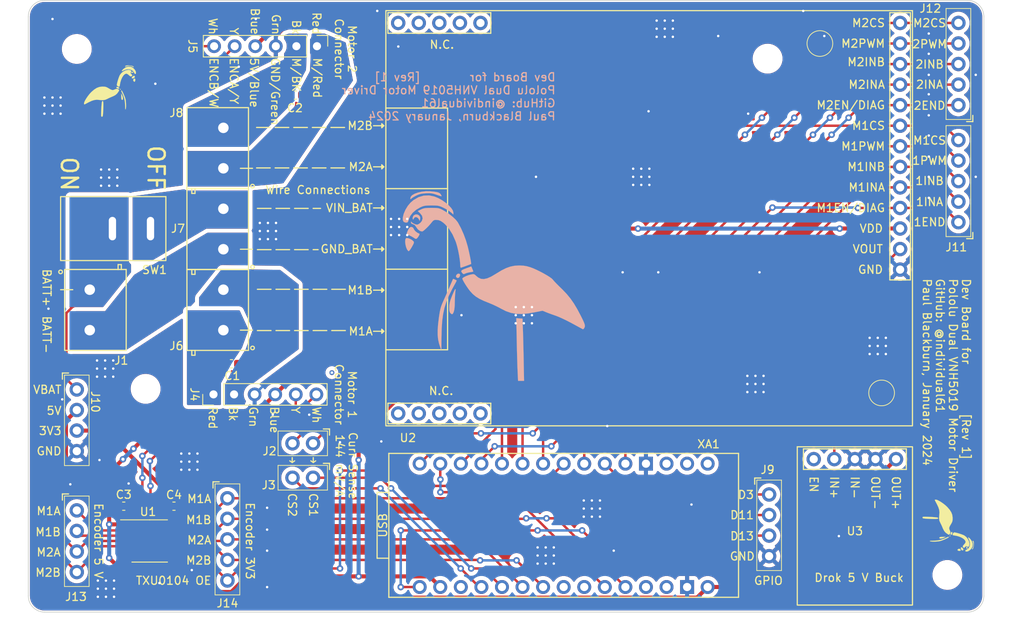
<source format=kicad_pcb>
(kicad_pcb (version 20221018) (generator pcbnew)
  (layers (0 "F.Cu" signal) (31 "B.Cu" signal) (34 "B.Paste" user) (35 "F.Paste" user) (36 "B.SilkS" user "B.Silkscreen") (37 "F.SilkS" user "F.Silkscreen") (38 "B.Mask" user) (39 "F.Mask" user) (44 "Edge.Cuts" user))
  (net 0 "")
  (net 1 "VBAT")
  (net 2 "M1_CS")
  (net 3 "M2_CS")
  (net 4 "GND")
  (net 5 "+5V")
  (net 6 "+3V3")
  (net 7 "M1_EN{slash}DIAG")
  (net 8 "M1_INA")
  (net 9 "M1_INB")
  (net 10 "M1_PWM")
  (net 11 "M2_EN{slash}DIAG")
  (net 12 "M2_INA")
  (net 13 "M2_INB")
  (net 14 "M2_PWM")
  (net 15 "M1-Enc_A-Yellow-5V")
  (net 16 "M1-Enc_B-White-5V")
  (net 17 "M2-Enc_A-Yellow-5V")
  (net 18 "M2-Enc_B-White-5V")
  (net 19 "TXU_OE")
  (net 20 "M1-Enc_A-Yellow-3V3")
  (net 21 "M1-Enc_B-White-3V3")
  (net 22 "M2-Enc_A-Yellow-3V3")
  (net 23 "M2-Enc_B-White-3V3")
  (net 24 "Net-(U2-VOUT-Rev_Protected_VBAT)")
  (net 44 "/D3")
  (net 45 "/D11")
  (net 46 "/D13")
  (net 47 "/BATT GND")
  (net 48 "/BATT POST_SWITCH")
  (net 49 "/Post-Jumper CS1")
  (net 50 "/Post-Jumper CS2")
  (net 51 "/M1 Red")
  (net 52 "/M1 Black")
  (net 53 "/M2 Black")
  (net 54 "/M2 Red")
  (footprint "MyConnectors:VIA-0.6 mm" (layer "F.Cu") (at 114.9 127.6)
    (fp_text reference "REF**" hide)
    (fp_text value "VIA-0.6 mm" hide)
  )
  (footprint "MyConnectors:VIA-0.6 mm" (layer "F.Cu") (at 60.6 131.7)
    (fp_text reference "REF**" hide)
    (fp_text value "VIA-0.6 mm" hide)
  )
  (footprint "MyConnectors:VIA-0.6 mm" (layer "F.Cu") (at 142.3 93.6)
    (fp_text reference "REF**8" hide)
    (fp_text value "VIA-0.6 mm" hide)
  )
  (footprint "MyConnectors:VIA-0.6 mm" (layer "F.Cu") (at 163.2 84.4)
    (fp_text reference "REF**6" hide)
    (fp_text value "VIA-0.6 mm" hide)
  )
  (footprint "MyConnectors:VIA-0.6 mm" (layer "F.Cu") (at 68.2 132)
    (fp_text reference "REF**6" hide)
    (fp_text value "VIA-0.6 mm" hide)
  )
  (footprint "MyConnectors:VIA-0.6 mm" (layer "F.Cu") (at 60.8 116.8)
    (fp_text reference "REF**6" hide)
    (fp_text value "VIA-0.6 mm" hide)
  )
  (footprint "MyConnectors:VIA-0.6 mm" (layer "F.Cu") (at 60.5 104.5)
    (fp_text reference "REF**" hide)
    (fp_text value "VIA-0.6 mm" hide)
  )
  (footprint "MyConnectors:VIA-0.6 mm" (layer "F.Cu") (at 122.6 123.8)
    (fp_text reference "REF**8" hide)
    (fp_text value "VIA-0.6 mm" hide)
  )
  (footprint "MyConnectors:VIA-0.6 mm" (layer "F.Cu") (at 163.2 71.6)
    (fp_text reference "REF**6" hide)
    (fp_text value "VIA-0.6 mm" hide)
  )
  (footprint "MyConnectors:VIA-0.6 mm" (layer "F.Cu") (at 62.6 133.7)
    (fp_text reference "REF**8" hide)
    (fp_text value "VIA-0.6 mm" hide)
  )
  (footprint "MyConnectors:VIA-0.6 mm" (layer "F.Cu") (at 71.9 118)
    (fp_text reference "REF**7" hide)
    (fp_text value "VIA-0.6 mm" hide)
  )
  (footprint "MyConnectors:VIA-0.6 mm" (layer "F.Cu") (at 56 74)
    (fp_text reference "REF**8" hide)
    (fp_text value "VIA-0.6 mm" hide)
  )
  (footprint "MyConnectors:VIA-0.6 mm" (layer "F.Cu") (at 141.8 107.4)
    (fp_text reference "REF**4" hide)
    (fp_text value "VIA-0.6 mm" hide)
  )
  (footprint "MyConnectors:VIA-0.6 mm" (layer "F.Cu") (at 121.6 122.8)
    (fp_text reference "REF**4" hide)
    (fp_text value "VIA-0.6 mm" hide)
  )
  (footprint "MyConnectors:VIA-0.6 mm" (layer "F.Cu") (at 163.2 64.1)
    (fp_text reference "REF**6" hide)
    (fp_text value "VIA-0.6 mm" hide)
  )
  (footprint "MyConnectors:VIA-0.6 mm" (layer "F.Cu") (at 128.7 82.8)
    (fp_text reference "REF**8" hide)
    (fp_text value "VIA-0.6 mm" hide)
  )
  (footprint "MyConnectors:VIA-0.6 mm" (layer "F.Cu") (at 81.5 122.7)
    (fp_text reference "REF**6" hide)
    (fp_text value "VIA-0.6 mm" hide)
  )
  (footprint "MyConnectors:VIA-0.6 mm" (layer "F.Cu") (at 123.5 112.6)
    (fp_text reference "REF**6" hide)
    (fp_text value "VIA-0.6 mm" hide)
  )
  (footprint "MyConnectors:VIA-0.6 mm" (layer "F.Cu") (at 126.7 80.8)
    (fp_text reference "REF**" hide)
    (fp_text value "VIA-0.6 mm" hide)
  )
  (footprint "MyConnectors:VIA-0.6 mm" (layer "F.Cu") (at 54.5 98.1)
    (fp_text reference "REF**6" hide)
    (fp_text value "VIA-0.6 mm" hide)
  )
  (footprint "MyConnectors:VIA-0.6 mm" (layer "F.Cu") (at 62.5 105.5)
    (fp_text reference "REF**5" hide)
    (fp_text value "VIA-0.6 mm" hide)
  )
  (footprint "MyConnectors:VIA-0.6 mm" (layer "F.Cu") (at 96.8 89)
    (fp_text reference "REF**6" hide)
    (fp_text value "VIA-0.6 mm" hide)
  )
  (footprint "Capacitor_SMD:C_0603_1608Metric_Pad1.08x0.95mm_HandSolder" (layer "F.Cu") (at 77.1 104.9)
    (fp_text reference "C1")
    (fp_text value "0.1 uF")
  )
  (footprint "MyConnectors:VIA-0.6 mm" (layer "F.Cu") (at 128.7 80.8)
    (fp_text reference "REF**2" hide)
    (fp_text value "VIA-0.6 mm" hide)
  )
  (footprint "MyConnectors:VIA-0.6 mm" (layer "F.Cu") (at 157.9 103.7)
    (fp_text reference "REF**8" hide)
    (fp_text value "VIA-0.6 mm" hide)
  )
  (footprint "MyConnectors:VIA-0.6 mm" (layer "F.Cu") (at 90.5 114.6)
    (fp_text reference "REF**6" hide)
    (fp_text value "VIA-0.6 mm" hide)
  )
  (footprint "MyConnectors:VIA-0.6 mm" (layer "F.Cu") (at 81.5 132.5)
    (fp_text reference "REF**6" hide)
    (fp_text value "VIA-0.6 mm" hide)
  )
  (footprint "MyConnectors:VIA-0.6 mm" (layer "F.Cu") (at 163.2 69.2)
    (fp_text reference "REF**6" hide)
    (fp_text value "VIA-0.6 mm" hide)
  )
  (footprint "MyConnectors:VIA-0.6 mm" (layer "F.Cu") (at 98.8 87)
    (fp_text reference "REF**2" hide)
    (fp_text value "VIA-0.6 mm" hide)
  )
  (footprint "MyConnectors:VIA-0.6 mm" (layer "F.Cu") (at 60.5 106.5)
    (fp_text reference "REF**6" hide)
    (fp_text value "VIA-0.6 mm" hide)
  )
  (footprint "MySwitches:Daier MTS-101 Toggle Switch 6A 125 VAC" (layer "F.Cu") (at 69 84.25 -90)
    (fp_text reference "SW1")
    (fp_text value "External Power Switch")
  )
  (footprint "MyConnectors:VIA-0.6 mm" (layer "F.Cu") (at 129.8 93.6)
    (fp_text reference "REF**8" hide)
    (fp_text value "VIA-0.6 mm" hide)
  )
  (footprint "MyConnectors:VIA-0.6 mm" (layer "F.Cu") (at 56 73)
    (fp_text reference "REF**5" hide)
    (fp_text value "VIA-0.6 mm" hide)
  )
  (footprint "MyConnectors:VIA-0.6 mm" (layer "F.Cu") (at 169 69.2)
    (fp_text reference "REF**6" hide)
    (fp_text value "VIA-0.6 mm" hide)
  )
  (footprint "MyBoards:Pololu Dual VNH5019 Motor Driver rev ash02b" (layer "F.Cu") (at 161.1865 61.2635 -90)
    (fp_text reference "U2")
    (fp_text value "~")
  )
  (footprint "MyConnectors:VIA-0.6 mm" (layer "F.Cu") (at 61.6 133.7)
    (fp_text reference "REF**7" hide)
    (fp_text value "VIA-0.6 mm" hide)
  )
  (footprint "MyConnectors:VIA-0.6 mm" (layer "F.Cu") (at 156.9 101.7)
    (fp_text reference "REF**1" hide)
    (fp_text value "VIA-0.6 mm" hide)
  )
  (footprint "MyConnectors:VIA-0.6 mm" (layer "F.Cu") (at 115.9 128.6)
    (fp_text reference "REF**4" hide)
    (fp_text value "VIA-0.6 mm" hide)
  )
  (footprint "MyConnectors:VIA-0.6 mm" (layer "F.Cu") (at 116.9 127.6)
    (fp_text reference "REF**2" hide)
    (fp_text value "VIA-0.6 mm" hide)
  )
  (footprint "MyConnectors:Screw Terminal 2P 5 mm, Degson DG301-5.0-02P" (layer "F.Cu") (at 76.1 100.75 90)
    (fp_text reference "J6")
    (fp_text value "M1")
  )
  (footprint "Connector_PinHeader_2.54mm:PinHeader_1x06_P2.54mm_Vertical" (layer "F.Cu") (at 87.6554 65.659 -90)
    (fp_text reference "J5")
    (fp_text value "Motor 2")
  )
  (footprint "MyConnectors:VIA-0.6 mm" (layer "F.Cu") (at 140.9 74)
    (fp_text reference "REF**6" hide)
    (fp_text value "VIA-0.6 mm" hide)
  )
  (footprint "MyConnectors:VIA-0.6 mm" (layer "F.Cu") (at 56 72)
    (fp_text reference "REF**2" hide)
    (fp_text value "VIA-0.6 mm" hide)
  )
  (footprint "MyConnectors:Screw Terminal 2P 5 mm, Degson DG301-5.0-02P" (layer "F.Cu") (at 59.6 95.75 -90)
    (fp_text reference "J1")
    (fp_text value "BATT IN")
  )
  (footprint "MyConnectors:VIA-0.6 mm" (layer "F.Cu") (at 137.2 64.4)
    (fp_text reference "REF**6" hide)
    (fp_text value "VIA-0.6 mm" hide)
  )
  (footprint "MyConnectors:VIA-0.6 mm" (layer "F.Cu") (at 163.2 66.6)
    (fp_text reference "REF**6" hide)
    (fp_text value "VIA-0.6 mm" hide)
  )
  (footprint "MyConnectors:VIA-0.6 mm" (layer "F.Cu") (at 127.7 82.8)
    (fp_text reference "REF**7" hide)
    (fp_text value "VIA-0.6 mm" hide)
  )
  (footprint "MyConnectors:VIA-0.6 mm" (layer "F.Cu") (at 82.6 87.5)
    (fp_text reference "REF**2" hide)
    (fp_text value "VIA-0.6 mm" hide)
  )
  (footprint "MyConnectors:VIA-0.6 mm" (layer "F.Cu") (at 130.6 63.5)
    (fp_text reference "REF**4" hide)
    (fp_text value "VIA-0.6 mm" hide)
  )
  (footprint "MyConnectors:VIA-0.6 mm" (layer "F.Cu") (at 127.7 80.8)
    (fp_text reference "REF**1" hide)
    (fp_text value "VIA-0.6 mm" hide)
  )
  (footprint "Connector_PinHeader_2.54mm:PinHeader_1x06_P2.54mm_Vertical" (layer "F.Cu") (at 74.88 108.6866 90)
    (fp_text reference "J4")
    (fp_text value "Motor 1")
  )
  (footprint "MyConnectors:VIA-0.6 mm" (layer "F.Cu") (at 122.6 121.8)
    (fp_text reference "REF**2" hide)
    (fp_text value "VIA-0.6 mm" hide)
  )
  (footprint "MyConnectors:VIA-0.6 mm" (layer "F.Cu") (at 157.9 102.7)
    (fp_text reference "REF**5" hide)
    (fp_text value "VIA-0.6 mm" hide)
  )
  (footprint "MyConnectors:VIA-0.6 mm" (layer "F.Cu") (at 113.2 97.9)
    (fp_text reference "REF**1" hide)
    (fp_text value "VIA-0.6 mm" hide)
  )
  (footprint "MyConnectors:Sullins Header Female TH 2 x 1 PPPC021LFBN-RC" (layer "F.Cu") (at 88.6968 114.7361 180)
    (fp_text reference "J2")
    (fp_text value "Current Sense Jumper Out of board")
  )
  (footprint "MyConnectors:VIA-0.6 mm" (layer "F.Cu") (at 114.9 129.6)
    (fp_text reference "REF**6" hide)
    (fp_text value "VIA-0.6 mm" hide)
  )
  (footprint "MyConnectors:VIA-0.6 mm" (layer "F.Cu") (at 61.6 131.7)
    (fp_text reference "REF**1" hide)
    (fp_text value "VIA-0.6 mm" hide)
  )
  (footprint "MyConnectors:VIA-0.6 mm" (layer "F.Cu") (at 60.5 105.5)
    (fp_text reference "REF**3" hide)
    (fp_text value "VIA-0.6 mm" hide)
  )
  (footprint "MyConnectors:VIA-0.6 mm" (layer "F.Cu") (at 125.4 93.6)
    (fp_text reference "REF**8" hide)
    (fp_text value "VIA-0.6 mm" hide)
  )
  (footprint "MyConnectors:VIA-0.6 mm" (layer "F.Cu") (at 61.5 105.5)
    (fp_text reference "REF**4" hide)
    (fp_text value "VIA-0.6 mm" hide)
  )
  (footprint "MyConnectors:VIA-0.6 mm" (layer "F.Cu") (at 169 81.8)
    (fp_text reference "REF**6" hide)
    (fp_text value "VIA-0.6 mm" hide)
  )
  (footprint "MyConnectors:VIA-0.6 mm" (layer "F.Cu") (at 133.9 122.3)
    (fp_text reference "REF**8" hide)
    (fp_text value "VIA-0.6 mm" hide)
  )
  (footprint "MyConnectors:VIA-0.6 mm" (layer "F.Cu") (at 61.5 106.5)
    (fp_text reference "REF**7" hide)
    (fp_text value "VIA-0.6 mm" hide)
  )
  (footprint "MyConnectors:VIA-0.6 mm" (layer "F.Cu") (at 115.9 127.6)
    (fp_text reference "REF**1" hide)
    (fp_text value "VIA-0.6 mm" hide)
  )
  (footprint "MyConnectors:VIA-0.6 mm" (layer "F.Cu") (at 140.8 106.4)
    (fp_text reference "REF**" hide)
    (fp_text value "VIA-0.6 mm" hide)
  )
  (footprint "MyConnectors:VIA-0.6 mm" (layer "F.Cu") (at 63 82.9)
    (fp_text reference "REF**8" hide)
    (fp_text value "VIA-0.6 mm" hide)
  )
  (footprint "Capacitor_SMD:C_0603_1608Metric_Pad1.08x0.95mm_HandSolder" (layer "F.Cu") (at 63.8 122.5)
    (fp_text reference "C3")
    (fp_text value "0.1 uF")
  )
  (footprint "MyConnectors:VIA-0.6 mm" (layer "F.Cu") (at 72.9 117)
    (fp_text reference "REF**5" hide)
    (fp_text value "VIA-0.6 mm" hide)
  )
  (footprint "MyConnectors:VIA-0.6 mm" (layer "F.Cu") (at 89.5 106)
    (fp_text reference "REF**6" hide)
    (fp_text value "VIA-0.6 mm" hide)
  )
  (footprint "MyConnectors:VIA-0.6 mm" (layer "F.Cu") (at 81.5 125.4)
    (fp_text reference "REF**6" hide)
    (fp_text value "VIA-0.6 mm" hide)
  )
  (footprint "MyConnectors:VIA-0.6 mm" (layer "F.Cu") (at 120.6 121.8)
    (fp_text reference "REF**" hide)
    (fp_text value "VIA-0.6 mm" hide)
  )
  (footprint "MyConnectors:VIA-0.6 mm" (layer "F.Cu") (at 70.9 118)
    (fp_text reference "REF**6" hide)
    (fp_text value "VIA-0.6 mm" hide)
  )
  (footprint "MyConnectors:Sullins Header Female TH 4 x 1 PPPC041LFBN-RC" (layer "F.Cu") (at 143.4846 119.5324 -90)
    (fp_text reference "J9")
    (fp_text value "Extra GPIO Test Connector")
  )
  (footprint "MyConnectors:VIA-0.6 mm" (layer "F.Cu") (at 61 80.9)
    (fp_text reference "REF**" hide)
    (fp_text value "VIA-0.6 mm" hide)
  )
  (footprint "MountingHole:MountingHole_3.2mm_M3" (layer "F.Cu") (at 66.5 108)
    (fp_text reference "REF**" hide)
    (fp_text value "MountingHole_3.2mm_M3")
  )
  (footprint "Package_SO:TSSOP-14_4.4x5mm_P0.65mm" (layer "F.Cu") (at 67 126.8)
    (fp_text reference "U1")
    (fp_text value "~")
  )
  (footprint "MyConnectors:VIA-0.6 mm" (layer "F.Cu") (at 121.6 121.8)
    (fp_text reference "REF**1" hide)
    (fp_text value "VIA-0.6 mm" hide)
  )
  (footprint "MyConnectors:VIA-0.6 mm" (layer "F.Cu") (at 114.2 99.9)
    (fp_text reference "REF**8" hide)
    (fp_text value "VIA-0.6 mm" hide)
  )
  (footprint "MyConnectors:VIA-0.6 mm" (layer "F.Cu") (at 140.8 108.4)
    (fp_text reference "REF**6" hide)
    (fp_text value "VIA-0.6 mm" hide)
  )
  (footprint "MyConnectors:VIA-0.6 mm" (layer "F.Cu") (at 63 81.9)
    (fp_text reference "REF**5" hide)
    (fp_text value "VIA-0.6 mm" hide)
  )
  (footprint "MyConnectors:VIA-0.6 mm" (layer "F.Cu") (at 147.7 61.3)
    (fp_text reference "REF**6" hide)
    (fp_text value "VIA-0.6 mm" hide)
  )
  (footprint "MyConnectors:VIA-0.6 mm" (layer "F.Cu") (at 126.7 81.8)
    (fp_text reference "REF**3" hide)
    (fp_text value "VIA-0.6 mm" hide)
  )
  (footprint "MyConnectors:VIA-0.6 mm" (layer "F.Cu") (at 112.2 97.9)
    (fp_text reference "REF**" hide)
    (fp_text value "VIA-0.6 mm" hide)
  )
  (footprint "MyConnectors:VIA-0.6 mm" (layer "F.Cu") (at 155.9 102.7)
    (fp_text reference "REF**3" hide)
    (fp_text value "VIA-0.6 mm" hide)
  )
  (footprint "MyConnectors:VIA-0.6 mm" (layer "F.Cu") (at 54 72)
    (fp_text reference "REF**" hide)
    (fp_text value "VIA-0.6 mm" hide)
  )
  (footprint "MyConnectors:VIA-0.6 mm" (layer "F.Cu") (at 55 72)
    (fp_text reference "REF**1" hide)
    (fp_text value "VIA-0.6 mm" hide)
  )
  (footprint "MyConnectors:VIA-0.6 mm" (layer "F.Cu") (at 105.5 98.9)
    (fp_text reference "REF**6" hide)
    (fp_text value "VIA-0.6 mm" hide)
  )
  (footprint "MyConnectors:VIA-0.6 mm" (layer "F.Cu") (at 81.6 88.5)
    (fp_text reference "REF**4" hide)
    (fp_text value "VIA-0.6 mm" hide)
  )
  (footprint "MyConnectors:VIA-0.6 mm" (layer "F.Cu") (at 112.2 99.9)
    (fp_text reference "REF**6" hide)
    (fp_text value "VIA-0.6 mm" hide)
  )
  (footprint "MyConnectors:VIA-0.6 mm" (layer "F.Cu") (at 62.6 132.7)
    (fp_text reference "REF**5" hide)
    (fp_text value "VIA-0.6 mm" hide)
  )
  (footprint "MyConnectors:VIA-0.6 mm" (layer "F.Cu") (at 142.8 106.4)
    (fp_text reference "REF**2" hide)
    (fp_text value "VIA-0.6 mm" hide)
  )
  (footprint "MountingHole:MountingHole_3.2mm_M3" (layer "F.Cu") (at 143.3 67.2)
    (fp_text reference "REF**" hide)
    (fp_text value "MountingHole_3.2mm_M3")
  )
  (footprint "MyConnectors:Sullins Header Female TH 4 x 1 PPPC041LFBN-RC" (layer "F.Cu") (at 58 106.5555 -90)
    (fp_text reference "J10")
    (fp_text value "Power Test Connector")
  )
  (footprint "MyConnectors:VIA-0.6 mm" (layer "F.Cu") (at 113.2 98.9)
    (fp_text reference "REF**4" hide)
    (fp_text value "VIA-0.6 mm" hide)
  )
  (footprint "MyConnectors:VIA-0.6 mm" (layer "F.Cu") (at 150.3 64.4)
    (fp_text reference "REF**6" hide)
    (fp_text value "VIA-0.6 mm" hide)
  )
  (footprint "MountingHole:MountingHole_3.2mm_M3" (layer "F.Cu") (at 165.5 131)
    (fp_text reference "REF**" hide)
    (fp_text value "MountingHole_3.2mm_M3")
  )
  (footprint "MyConnectors:VIA-0.6 mm" (layer "F.Cu") (at 127.7 81.8)
    (fp_text reference "REF**4" hide)
    (fp_text value "VIA-0.6 mm" hide)
  )
  (footprint "MyConnectors:VIA-0.6 mm" (layer "F.Cu") (at 56.2 109.3)
    (fp_text reference "REF**6" hide)
    (fp_text value "VIA-0.6 mm" hide)
  )
  (footprint "MyConnectors:VIA-0.6 mm" (layer "F.Cu") (at 163.2 79.3)
    (fp_text reference "REF**6" hide)
    (fp_text value "VIA-0.6 mm" hide)
  )
  (footprint "MyConnectors:VIA-0.6 mm" (layer "F.Cu") (at 141.8 106.4)
    (fp_text reference "REF**1" hide)
    (fp_text value "VIA-0.6 mm" hide)
  )
  (footprint "MyConnectors:Screw Terminal 2P 5 mm, Degson DG301-5.0-02P" (layer "F.Cu") (at 76.1 80.75 90)
    (fp_text reference "J8")
    (fp_text value "M2")
  )
  (footprint "MyConnectors:VIA-0.6 mm" (layer "F.Cu") (at 97.7 65.7)
    (fp_text reference "REF**6" hide)
    (fp_text value "VIA-0.6 mm" hide)
  )
  (footprint "MyConnectors:Sullins Header Female TH 2 x 1 PPPC021LFBN-RC" (layer "F.Cu") (at 88.6968 118.9861 180)
    (fp_text reference "J3")
    (fp_text value "Current Sense Jumper Into board")
  )
  (footprint "MyConnectors:VIA-0.6 mm" (layer "F.Cu") (at 140.8 107.4)
    (fp_text reference "REF**3" hide)
    (fp_text value "VIA-0.6 mm" hide)
  )
  (footprint "MyConnectors:VIA-0.6 mm" (layer "F.Cu") (at 152.1 126.2)
    (fp_text reference "REF**6" hide)
    (fp_text value "VIA-0.6 mm" hide)
  )
  (footprint "MyConnectors:VIA-0.6 mm" (layer "F.Cu") (at 71.9 116)
    (fp_text reference "REF**1" hide)
    (fp_text value "VIA-0.6 mm" hide)
  )
  (footprint "Capacitor_SMD:C_0603_1608Metric_Pad1.08x0.95mm_HandSolder" (layer "F.Cu") (at 85 71.7 180)
    (fp_text reference "C2")
    (fp_text value "0.1 uF")
  )
  (footprint "MyConnectors:VIA-0.6 mm" (layer "F.Cu") (at 95.6 114.5)
    (fp_text reference "REF**8" hide)
    (fp_text value "VIA-0.6 mm" hide)
  )
  (footprint "MyConnectors:VIA-0.6 mm" (layer "F.Cu") (at 97.8 88)
    (fp_text reference "REF**4" hide)
    (fp_text value "VIA-0.6 mm" hide)
  )
  (footprint "MyConnectors:VIA-0.6 mm" (layer "F.Cu") (at 98.8 89)
    (fp_text reference "REF**8" hide)
    (fp_text value "VIA-0.6 mm" hide)
  )
  (footprint "MyFlamingoLogo:flamingo_logo_8-8_6-7" (layer "F.Cu") (at 62.457054 71.044974)
    (fp_text reference "G***" hide)
    (fp_text value "LOGO" hide)
  )
  (footprint "MyConnectors:VIA-0.6 mm" (layer "F.Cu") (at 55 73)
    (fp_text reference "REF**4" hide)
    (fp_text value "VIA-0.6 mm" hide)
  )
  (footprint "MyConnectors:VIA-0.6 mm" (layer "F.Cu") (at 116.9 128.6)
    (fp_text reference "REF**5" hide)
    (fp_text value "VIA-0.6 mm" hide)
  )
  (footprint "MyFlamingoLogo:flamingo_logo_8-8_6-7" (layer "F.Cu") (at 165.755026 125.257054 -90)
    (fp_text reference "G***" hide)
    (fp_text value "LOGO" hide)
  )
  (footprint "MyConnectors:VIA-0.6 mm" (layer "F.Cu") (at 54 74)
    (fp_text reference "REF**6" hide)
    (fp_text value "VIA-0.6 mm" hide)
  )
  (footprint "MyConnectors:VIA-0.6 mm" (layer "F.Cu") (at 97.8 89)
    (fp_text reference "REF**7" hide)
    (fp_text value "VIA-0.6 mm" hide)
  )
  (footprint "MyConnectors:VIA-0.6 mm" (layer "F.Cu") (at 155.9 103.7)
    (fp_text reference "REF**6" hide)
    (fp_text value "VIA-0.6 mm" hide)
  )
  (footprint "MyConnectors:VIA-0.6 mm" (layer "F.Cu") (at 130.6 64.5)
    (fp_text reference "REF**7" hide)
    (fp_text value "VIA-0.6 mm" hide)
  )
  (footprint "MyConnectors:VIA-0.6 mm" (layer "F.Cu") (at 121.6 123.8)
    (fp_text reference "REF**7" hide)
    (fp_text value "VIA-0.6 mm" hide)
  )
  (footprint "MyConnectors:VIA-0.6 mm" (layer "F.Cu") (at 70.9 116)
    (fp_text reference "REF**" hide)
    (fp_text value "VIA-0.6 mm" hide)
  )
  (footprint "MyConnectors:VIA-0.6 mm" (layer "F.Cu") (at 82.6 88.5)
    (fp_text reference "REF**5" hide)
    (fp_text value "VIA-0.6 mm" hide)
  )
  (footprint "MyConnectors:Sullins Header Female TH 4 x 1 PPPC041LFBN-RC" (layer "F.Cu") (at 58 121.5 -90)
    (fp_text reference "J13")
    (fp_text value "5V Enconder Test Connector")
  )
  (footprint "MyConnectors:VIA-0.6 mm" (layer "F.Cu") (at 62.5 104.5)
    (fp_text reference "REF**2" hide)
    (fp_text value "VIA-0.6 mm" hide)
  )
  (footprint "MyConnectors:VIA-0.6 mm" (layer "F.Cu") (at 130.6 62.5)
    (fp_text reference "REF**1" hide)
    (fp_text value "VIA-0.6 mm" hide)
  )
  (footprint "MyConnectors:VIA-0.6 mm" (layer "F.Cu") (at 78 68.2)
    (fp_text reference "REF**6" hide)
    (fp_text value "VIA-0.6 mm" hide)
  )
  (footprint "MyConnectors:VIA-0.6 mm" (layer "F.Cu") (at 57.2 119.8)
    (fp_text reference "REF**6" hide)
    (fp_text value "VIA-0.6 mm" hide)
  )
  (footprint "MyConnectors:VIA-0.6 mm" (layer "F.Cu") (at 98.8 88)
    (fp_text reference "REF**5" hide)
    (fp_text value "VIA-0.6 mm" hide)
  )
  (footprint "MyConnectors:VIA-0.6 mm" (layer "F.Cu") (at 114.2 98.9)
    (fp_text reference "REF**5" hide)
    (fp_text value "VIA-0.6 mm" hide)
  )
  (footprint "MyConnectors:VIA-0.6 mm" (layer "F.Cu") (at 72.2 130.4)
    (fp_text reference "REF**6" hide)
    (fp_text value "VIA-0.6 mm" hide)
  )
  (footprint "MyConnectors:VIA-0.6 mm" (layer "F.Cu") (at 115.9 129.6)
    (fp_text reference "REF**7" hide)
    (fp_text value "VIA-0.6 mm" hide)
  )
  (footprint "MyConnectors:VIA-0.6 mm" (layer "F.Cu") (at 129.6 64.5)
    (fp_text reference "REF**6" hide)
    (fp_text value "VIA-0.6 mm" hide)
  )
  (footprint "MyConnectors:VIA-0.6 mm" (layer "F.Cu") (at 114.2 97.9)
    (fp_text reference "REF**2" hide)
    (fp_text value "VIA-0.6 mm" hide)
  )
  (footprint "PCM_arduino-library:Arduino_Nano_Every_Socket" (layer "F.Cu") (at 96.53 124.87 -90)
    (fp_text reference "XA1")
    (fp_text value "Arduino_Nano_33_BLE_Sense_R2_Socket")
  )
  (footprint "MyConnectors:VIA-0.6 mm" (layer "F.Cu") (at 96.8 88)
    (fp_text reference "REF**3" hide)
    (fp_text value "VIA-0.6 mm" hide)
  )
  (footprint "MyConnectors:VIA-0.6 mm" (layer "F.Cu") (at 156.9 103.7)
    (fp_text reference "REF**7" hide)
    (fp_text value "VIA-0.6 mm" hide)
  )
  (footprint "MyConnectors:VIA-0.6 mm" (layer "F.Cu") (at 128.6 73.7)
    (fp_text reference "REF**6" hide)
    (fp_text value "VIA-0.6 mm" hide)
  )
  (footprint "MyConnectors:VIA-0.6 mm" (layer "F.Cu") (at 142.8 108.4)
    (fp_text reference "REF**8" hide)
    (fp_text value "VIA-0.6 mm" hide)
  )
  (footprint "MyConnectors:VIA-0.6 mm" (layer "F.Cu") (at 114.7 81.8)
    (fp_text reference "REF**6" hide)
    (fp_text value "VIA-0.6 mm" hide)
  )
  (footprint "MyConnectors:VIA-0.6 mm" (layer "F.Cu") (at 62.6 131.7)
    (fp_text reference "REF**2" hide)
    (fp_text value "VIA-0.6 mm" hide)
  )
  (footprint "MyConnectors:VIA-0.6 mm" (layer "F.Cu") (at 61 81.9)
    (fp_text reference "REF**3" hide)
    (fp_text value "VIA-0.6 mm" hide)
  )
  (footprint "MyConnectors:VIA-0.6 mm" (layer "F.Cu") (at 86.7 111.2)
    (fp_text reference "REF**6" hide)
    (fp_text value "VIA-0.6 mm" hide)
  )
  (footprint "MyConnectors:VIA-0.6 mm" (layer "F.Cu") (at 80.6 88.5)
    (fp_text reference "REF**3" hide)
    (fp_text value "VIA-0.6 mm" hide)
  )
  (footprint "MyConnectors:VIA-0.6 mm" (layer "F.Cu") (at 67.7 70.3)
    (fp_text reference "REF**6" hide)
    (fp_text value "VIA-0.6 mm" hide)
  )
  (footprint "MyConnectors:VIA-0.6 mm" (layer "F.Cu") (at 129.6 63.5)
    (fp_text reference "REF**3" hide)
    (fp_text value "VIA-0.6 mm" hide)
  )
  (footprint "MyConnectors:VIA-0.6 mm" (layer "F.Cu") (at 155.9 101.7)
    (fp_text reference "REF**" hide)
    (fp_text value "VIA-0.6 mm" hide)
  )
  (footprint "MyConnectors:VIA-0.6 mm" (layer "F.Cu") (at 72.9 116)
    (fp_text reference "REF**2" hide)
    (fp_text value "VIA-0.6 mm" hide)
  )
  (footprint "MyConnectors:VIA-0.6 mm" (layer "F.Cu") (at 122.6 122.8)
    (fp_text reference "REF**5" hide)
    (fp_text value "VIA-0.6 mm" hide)
  )
  (footprint "MyConnectors:VIA-0.6 mm" (layer "F.Cu") (at 72.9 118)
    (fp_text reference "REF**8" hide)
    (fp_text value "VIA-0.6 mm" hide)
  )
  (footprint "MyConnectors:VIA-0.6 mm" (layer "F.Cu") (at 82.6 89.5)
    (fp_text reference "REF**8" hide)
    (fp_text value "VIA-0.6 mm" hide)
  )
  (footprint "MyConnectors:VIA-0.6 mm" (layer "F.Cu") (at 61.5 104.5)
    (fp_text reference "REF**1" hide)
    (fp_text value "VIA-0.6 mm" hide)
  )
  (footprint "MyConnectors:Screw Terminal 2P 5 mm, Degson DG301-5.0-02P" (layer "F.Cu") (at 76.1 90.75 90)
    (fp_text reference "J7")
    (fp_text value "BATT OUT")
  )
  (footprint "MyConnectors:VIA-0.6 mm" (layer "F.Cu") (at 62 81.9)
    (fp_text reference "REF**4" hide)
    (fp_text value "VIA-0.6 mm" hide)
  )
  (footprint "MyConnectors:VIA-0.6 mm" (layer "F.Cu") (at 61.6 132.7)
    (fp_text reference "REF**4" hide)
    (fp_text value "VIA-0.6 mm" hide)
  )
  (footprint "MyConnectors:VIA-0.6 mm" (layer "F.Cu") (at 120.6 122.8)
    (fp_text reference "REF**3" hide)
    (fp_text value "VIA-0.6 mm" hide)
  )
  (footprint "MyConnectors:VIA-0.6 mm" (layer "F.Cu") (at 62 80.9)
    (fp_text reference "REF**1" hide)
    (fp_text value "VIA-0.6 mm" hide)
  )
  (footprint "MyConnectors:VIA-0.6 mm" (layer "F.Cu") (at 141.8 108.4)
    (fp_text reference "REF**7" hide)
    (fp_text value "VIA-0.6 mm" hide)
  )
  (footprint "MyConnectors:VIA-0.6 mm" (layer "F.Cu") (at 71.9 117)
    (fp_text reference "REF**4" hide)
    (fp_text value "VIA-0.6 mm" hide)
  )
  (footprint "MyConnectors:VIA-0.6 mm" (layer "F.Cu") (at 60.6 133.7)
    (fp_text reference "REF**6" hide)
    (fp_text value "VIA-0.6 mm" hide)
  )
  (footprint "MyConnectors:VIA-0.6 mm" (layer "F.Cu") (at 131.6 64.5)
    (fp_text reference "REF**8" hide)
    (fp_text value "VIA-0.6 mm" hide)
  )
  (footprint "MyConnectors:VIA-0.6 mm" (layer "F.Cu") (at 128.7 81.8)
    (fp_text reference "REF**5" hide)
    (fp_text value "VIA-0.6 mm" hide)
  )
  (footprint "MyConnectors:VIA-0.6 mm" (layer "F.Cu") (at 82.2 111.2)
    (fp_text reference "REF**6" hide)
    (fp_text value "VIA-0.6 mm" hide)
  )
  (footprint "MyConnectors:VIA-0.6 mm" (layer "F.Cu") (at 95.1 61.3)
    (fp_text reference "REF**6" hide)
    (fp_text value "VIA-0.6 mm" hide)
  )
  (footprint "MyConnectors:VIA-0.6 mm" (layer "F.Cu") (at 142.8 107.4)
    (fp_text reference "REF**5" hide)
    (fp_text value "VIA-0.6 mm" hide)
  )
  (footprint "MyConnectors:VIA-0.6 mm" (layer "F.Cu") (at 80.6 89.5)
    (fp_text reference "REF**6" hide)
    (fp_text value "VIA-0.6 mm" hide)
  )
  (footprint "MyConnectors:VIA-0.6 mm" (layer "F.Cu") (at 163.2 74.2)
    (fp_text reference "REF**8" hide)
    (fp_text value "VIA-0.6 mm" hide)
  )
  (footprint "MyConnectors:VIA-0.6 mm" (layer "F.Cu") (at 157.9 101.7)
    (fp_text reference "REF**2" hide)
    (fp_text value "VIA-0.6 mm" hide)
  )
  (footprint "MyConnectors:VIA-0.6 mm" (layer "F.Cu") (at 126.7 82.8)
    (fp_text reference "REF**6" hide)
    (fp_text value "VIA-0.6 mm" hide)
  )
  (footprint "MyConnectors:VIA-0.6 mm" (layer "F.Cu") (at 81.5 128)
    (fp_text reference "REF**6" hide)
    (fp_text value "VIA-0.6 mm" hide)
  )
  (footprint "MyConnectors:VIA-0.6 mm" (layer "F.Cu") (at 114.9 128.6)
    (fp_text reference "REF**3" hide)
    (fp_text value "VIA-0.6 mm" hide)
  )
  (footprint "MyConnectors:VIA-0.6 mm" (layer "F.Cu") (at 156.9 102.7)
    (fp_text reference "REF**4" hide)
    (fp_text value "VIA-0.6 mm" hide)
  )
  (footprint "MyConnectors:VIA-0.6 mm" (layer "F.Cu") (at 163.2 76.7)
    (fp_text reference "REF**6" hide)
    (fp_text value "VIA-0.6 mm" hide)
  )
  (footprint "MyConnectors:VIA-0.6 mm" (layer "F.Cu") (at 80.1 62.3)
    (fp_text reference "REF**6" hide)
    (fp_text value "VIA-0.6 mm" hide)
  )
  (footprint "MyConnectors:VIA-0.6 mm" (layer "F.Cu") (at 81.6 87.5)
    (fp_text reference "REF**1" hide)
    (fp_text value "VIA-0.6 mm" hide)
  )
  (footprint "MyConnectors:VIA-0.6 mm" (layer "F.Cu") (at 131.6 63.5)
    (fp_text reference "REF**5" hide)
    (fp_text value "VIA-0.6 mm" hide)
  )
  (footprint "MyConnectors:VIA-0.6 mm" (layer "F.Cu") (at 116.9 129.6)
    (fp_text reference "REF**8" hide)
    (fp_text value "VIA-0.6 mm" hide)
  )
  (footprint "MyConnectors:VIA-0.6 mm" (layer "F.Cu") (at 62.5 106.5)
    (fp_text reference "REF**8" hide)
    (fp_text value "VIA-0.6 mm" hide)
  )
  (footprint "MyConnectors:Sullins Header Female TH 5 x 1 PPPC051LFBN-RC" (layer "F.Cu") (at 166.8605 74.4645 90)
    (fp_text reference "J12")
    (fp_text value "M2 Test Connector")
  )
  (footprint "MyConnectors:VIA-0.6 mm" (layer "F.Cu") (at 131.6 62.5)
    (fp_text reference "REF**2" hide)
    (fp_text value "VIA-0.6 mm" hide)
  )
  (footprint "MyConnectors:VIA-0.6 mm" (layer "F.Cu") (at 55 74)
    (fp_text reference "REF**7" hide)
    (fp_text value "VIA-0.6 mm" hide)
  )
  (footprint "MyBoards:Drok 5 V Buck Converter" (layer "F.Cu") (at 146.9644 115.1636)
    (fp_text reference "U3")
    (fp_text value "12V to 5V Buck Converter")
  )
  (footprint "MyConnectors:VIA-0.6 mm" (layer "F.Cu") (at 64.4 119.7)
    (fp_text reference "REF**6" hide)
    (fp_text value "VIA-0.6 mm" hide)
  )
  (footprint "MyConnectors:VIA-0.6 mm" (layer "F.Cu") (at 70.9 117)
    (fp_text reference "REF**3" hide)
    (fp_text value "VIA-0.6 mm" hide)
  )
  (footprint "MyConnectors:VIA-0.6 mm" (layer "F.Cu") (at 112.2 98.9)
    (fp_text reference "REF**3" hide)
    (fp_text value "VIA-0.6 mm" hide)
  )
  (footprint "MyConnectors:VIA-0.6 mm" (layer "F.Cu") (at 124.3 128)
    (fp_text reference "REF**6" hide)
    (fp_text value "VIA-0.6 mm" hide)
  )
  (footprint "MyConnectors:VIA-0.6 mm" (layer "F.Cu") (at 54 73)
    (fp_text reference "REF**3" hide)
    (fp_text value "VIA-0.6 mm" hide)
  )
  (footprint "MyConnectors:VIA-0.6 mm" (layer "F.Cu") (at 55 62.3)
    (fp_text reference "REF**6" hide)
    (fp_text value "VIA-0.6 mm" hide)
  )
  (footprint "MyConnectors:VIA-0.6 mm" (layer "F.Cu") (at 129.6 62.5)
    (fp_text reference "REF**" hide)
    (fp_text value "VIA-0.6 mm" hide)
  )
  (footprint "MyConnectors:VIA-0.6 mm" (layer "F.Cu") (at 81.6 89.5)
    (fp_text reference "REF**7" hide)
    (fp_text value "VIA-0.6 mm" hide)
  )
  (footprint "MyConnectors:Sullins Header Female TH 5 x 1 PPPC051LFBN-RC" (layer "F.Cu") (at 76.6 120 -90)
    (fp_text reference "J14")
    (fp_text value "3V3 Enconder Test Connector")
  )
  (footprint "MyConnectors:VIA-0.6 mm" (layer "F.Cu") (at 62 82.9)
    (fp_text reference "REF**7" hide)
    (fp_text value "VIA-0.6 mm" hide)
  )
  (footprint "MyConnectors:VIA-0.6 mm" (layer "F.Cu") (at 96.8 87)
    (fp_text reference "REF**" hide)
    (fp_text value "VIA-0.6 mm" hide)
  )
  (footprint "MyConnectors:VIA-0.6 mm" (layer "F.Cu") (at 163.2 81.8)
    (fp_text reference "REF**6" hide)
    (fp_text value "VIA-0.6 mm" hide)
  )
  (footprint "MyConnectors:VIA-0.6 mm" (layer "F.Cu") (at 80.6 87.5)
    (fp_text reference "REF**" hide)
    (fp_text value "VIA-0.6 mm" hide)
  )
  (footprint "MyConnectors:VIA-0.6 mm" (layer "F.Cu") (at 63 80.9)
    (fp_text reference "REF**2" hide)
    (fp_text value "VIA-0.6 mm" hide)
  )
  (footprint "MyConnectors:VIA-0.6 mm" (layer "F.Cu") (at 97.8 87)
    (fp_text reference "REF**1" hide)
    (fp_text value "VIA-0.6 mm" hide)
  )
  (footprint "MyConnectors:VIA-0.6 mm" (layer "F.Cu") (at 120.6 123.8)
    (fp_text reference "REF**6" hide)
    (fp_text value "VIA-0.6 mm" hide)
  )
  (footprint "MyConnectors:Sullins Header Female TH 5 x 1 PPPC051LFBN-RC" (layer "F.Cu") (at 166.8605 88.934 90)
    (fp_text reference "J11")
    (fp_text value "M1 Test Connector")
  )
  (footprint "MyConnectors:VIA-0.6 mm" (layer "F.Cu") (at 61 82.9)
    (fp_text reference "REF**6" hide)
    (fp_text value "VIA-0.6 mm" hide)
  )
  (footprint "MyConnectors:VIA-0.6 mm" (layer "F.Cu") (at 60.6 132.7)
    (fp_text reference "REF**3" hide)
    (fp_text value "VIA-0.6 mm" hide)
  )
  (footprint "Capacitor_SMD:C_0603_1608Metric_Pad1.08x0.95mm_HandSolder" (layer "F.Cu") (at 70 122.5 180)
    (fp_text reference "C4")
    (fp_text value "0.1 uF")
  )
  (footprint "MountingHole:MountingHole_3.2mm_M3" (layer "F.Cu") (at 58 66)
    (fp_text reference "REF**" hide)
    (fp_text value "MountingHole_3.2mm_M3")
  )
  (footprint "MyConnectors:VIA-0.6 mm" (layer "F.Cu") (at 113.2 99.9)
    (fp_text reference "REF**7" hide)
    (fp_text value "VIA-0.6 mm" hide)
  )
  (footprint "MyFlamingoLogo:flamingo_logo_25_38" (layer "B.Cu") (at 108.312186 94.484772 180)
    (fp_text reference "G***" hide)
    (fp_text value "LOGO" hide)
  )
  (gr_line (start 84.6 116.5) (end 84.6 117.1) (stroke (width 0.153)) (layer "F.SilkS"))
  (gr_line (start 84.6 117.1) (end 84.3 116.9) (stroke (width 0.153)) (layer "F.SilkS"))
  (gr_line (start 80.3 85.7) (end 88.1 85.7) (stroke (width 0.153) (type dash)) (layer "F.SilkS"))
  (gr_line (start 80.2 75.7) (end 91.4 75.7) (stroke (width 0.153) (type dash)) (layer "F.SilkS"))
  (gr_line (start 80.2 80.7) (end 91.4 80.7) (stroke (width 0.153) (type dash)) (layer "F.SilkS"))
  (gr_line (start 87.2 117.1) (end 86.9 116.9) (stroke (width 0.153)) (layer "F.SilkS"))
  (gr_line (start 87.2 116.5) (end 87.2 117.1) (stroke (width 0.153)) (layer "F.SilkS"))
  (gr_line (start 87.2 117.1) (end 87.5 116.9) (stroke (width 0.153)) (layer "F.SilkS"))
  (gr_line (start 80.3 100.8) (end 91.5 100.8) (stroke (width 0.153) (type dash)) (layer "F.SilkS"))
  (gr_line (start 84.6 117.1) (end 84.9 116.9) (stroke (width 0.153)) (layer "F.SilkS"))
  (gr_line (start 80.3 90.8) (end 87.8 90.8) (stroke (width 0.153) (type dash)) (layer "F.SilkS"))
  (gr_line (start 80.3 95.7) (end 91.5 95.7) (stroke (width 0.153) (type dash)) (layer "F.SilkS"))
  (gr_arc (start 168 60) (mid 169.414214 60.585786) (end 170 62) (stroke (width 0.1)) (layer "Edge.Cuts"))
  (gr_arc (start 52.014214 62) (mid 52.6 60.585786) (end 54.014214 60) (stroke (width 0.1)) (layer "Edge.Cuts"))
  (gr_line (start 168 60) (end 54.014214 60) (stroke (width 0.1)) (layer "Edge.Cuts"))
  (gr_line (start 54.014214 135.585786) (end 168 135.585786) (stroke (width 0.1)) (layer "Edge.Cuts"))
  (gr_line (start 170 133.585786) (end 170 62) (stroke (width 0.1)) (layer "Edge.Cuts"))
  (gr_arc (start 54.014214 135.585786) (mid 52.6 135) (end 52.014214 133.585786) (stroke (width 0.1)) (layer "Edge.Cuts"))
  (gr_line (start 52.014214 62) (end 52.014214 133.585786) (stroke (width 0.1)) (layer "Edge.Cuts"))
  (gr_arc (start 170 133.585786) (mid 169.414214 135) (end 168 135.585786) (stroke (width 0.1)) (layer "Edge.Cuts"))
  (gr_text "Dev Board for        [Rev 1]\nPololu Dual VNH5019 Motor Driver\nGitHub: @individual61\nPaul Blackburn, January 2024" (at 117.2 68.9) (layer "B.SilkS") (effects (font (size 1 1) (thickness 0.153)) (justify left top mirror)))
  (gr_text "TXU0104 OE" (at 74.7 131.7) (layer "F.SilkS") (effects (font (size 1 1) (thickness 0.153)) (justify right)))
  (gr_text "Wh" (at 87.6 110.1 270) (layer "F.SilkS") (effects (font (size 1 1) (thickness 0.153)) (justify left)))
  (gr_text "3V3" (at 56.2 113.2) (layer "F.SilkS") (effects (font (size 1 1) (thickness 0.153)) (justify right)))
  (gr_text "CS2" (at 84.6 123.9 270) (layer "F.SilkS") (effects (font (size 1 1) (thickness 0.153)) (justify right)))
  (gr_text "BATT-\n" (at 53.7 98.9 270) (layer "F.SilkS") (effects (font (size 1 1) (thickness 0.153)) (justify left bottom)))
  (gr_text "1INB" (at 163.3 82.3) (layer "F.SilkS") (effects (font (size 1 1) (thickness 0.153))))
  (gr_text "M1CS" (at 163.3 77.3) (layer "F.SilkS") (effects (font (size 1 1) (thickness 0.153))))
  (gr_text "M2B" (at 74.7 129.2) (layer "F.SilkS") (effects (font (size 1 1) (thickness 0.153)) (justify right)))
  (gr_text "Motor 2\nConnector" (at 89.8 66 -90) (layer "F.SilkS") (effects (font (size 1 1) (thickness 0.153)) (justify bottom)))
  (gr_text "5V/Blue" (at 79.9 67 270) (layer "F.SilkS") (effects (font (size 1 1) (thickness 0.153)) (justify left)))
  (gr_text "D11" (at 141.7 123.6) (layer "F.SilkS") (effects (font (size 1 1) (thickness 0.153)) (justify right)))
  (gr_text "Bk" (at 77.3 110.1 270) (layer "F.SilkS") (effects (font (size 1 1) (thickness 0.153)) (justify left)))
  (gr_text "ENCB/W" (at 74.9 67 270) (layer "F.SilkS") (effects (font (size 1 1) (thickness 0.153)) (justify left)))
  (gr_text "5V" (at 56.2 110.7) (layer "F.SilkS") (effects (font (size 1 1) (thickness 0.153)) (justify right)))
  (gr_text "ENCA/Y" (at 77.4 67 270) (layer "F.SilkS") (effects (font (size 1 1) (thickness 0.153)) (justify left)))
  (gr_text "VBAT" (at 56.2 108.1) (layer "F.SilkS") (effects (font (size 1 1) (thickness 0.153)) (justify right)))
  (gr_text "2PWM" (at 163.3 65.4) (layer "F.SilkS") (effects (font (size 1 1) (thickness 0.153))))
  (gr_text "M1B" (at 56.1 125.7) (layer "F.SilkS") (effects (font (size 1 1) (thickness 0.153)) (justify right)))
  (gr_text "GND" (at 56.2 115.7) (layer "F.SilkS") (effects (font (size 1 1) (thickness 0.153)) (justify right)))
  (gr_text "GND/Green" (at 82.5 67 270) (layer "F.SilkS") (effects (font (size 1 1) (thickness 0.153)) (justify left)))
  (gr_text "M/Red" (at 87.7 67 270) (layer "F.SilkS") (effects (font (size 1 1) (thickness 0.153)) (justify left)))
  (gr_text "Red" (at 87.6054 64.329 -90) (layer "F.SilkS") (effects (font (size 1 1) (thickness 0.153)) (justify right)))
  (gr_text "Red" (at 74.8 110.1 270) (layer "F.SilkS") (effects (font (size 1 1) (thickness 0.153)) (justify left)))
  (gr_text "Encoder 5 V" (at 60.1 126.8 270) (layer "F.SilkS") (effects (font (size 1 1) (thickness 0.153)) (justify bottom)))
  (gr_text "M2A" (at 74.7 126.7) (layer "F.SilkS") (effects (font (size 1 1) (thickness 0.153)) (justify right)))
  (gr_text "M2B" (at 56.1 130.7) (layer "F.SilkS") (effects (font (size 1 1) (thickness 0.153)) (justify right)))
  (gr_text "M1A" (at 74.7 121.6) (layer "F.SilkS") (effects (font (size 1 1) (thickness 0.153)) (justify right)))
  (gr_text "1INA" (at 163.3 84.9) (layer "F.SilkS") (effects (font (size 1 1) (thickness 0.153))))
  (gr_text "Wire Connections" (at 81.2 84) (layer "F.SilkS") (effects (font (size 1 1) (thickness 0.153)) (justify left bottom)))
  (gr_text "Wh" (at 74.8054 64.329 -90) (layer "F.SilkS") (effects (font (size 1 1) (thickness 0.153)) (justify right)))
  (gr_text "GPIO" (at 143.4 132.3) (layer "F.SilkS") (effects (font (size 1 1) (thickness 0.153)) (justify bottom)))
  (gr_text "2INB" (at 163.3 67.9) (layer "F.SilkS") (effects (font (size 1 1) (thickness 0.153))))
  (gr_text "Dev Board for        [Rev 1]\nPololu Dual VNH5019 Motor Driver\nGitHub: @individual61\nPaul Blackburn, January 2024" (at 168.4 94.3 270) (layer "F.SilkS") (effects (font (size 1 1) (thickness 0.153)) (justify left top)))
  (gr_text "2END" (at 163.3 73) (layer "F.SilkS") (effects (font (size 1 1) (thickness 0.153))))
  (gr_text "1PWM" (at 163.3 79.8) (layer "F.SilkS") (effects (font (size 1 1) (thickness 0.153))))
  (gr_text "1END" (at 163.3 87.4) (layer "F.SilkS") (effects (font (size 1 1) (thickness 0.153))))
  (gr_text "2INA" (at 163.3 70.4) (layer "F.SilkS") (effects (font (size 1 1) (thickness 0.153))))
  (gr_text "M2CS" (at 163.3 62.8) (layer "F.SilkS") (effects (font (size 1 1) (thickness 0.153))))
  (gr_text "Bk" (at 85.1054 64.329 -90) (layer "F.SilkS") (effects (font (size 1 1) (thickness 0.153)) (justify right)))
  (gr_text "D13" (at 141.7 126.2) (layer "F.SilkS") (effects (font (size 1 1) (thickness 0.153)) (justify right)))
  (gr_text "GND" (at 141.8 128.7) (layer "F.SilkS") (effects (font (size 1 1) (thickness 0.153)) (justify right)))
  (gr_text "M1A" (at 56.1 123.1) (layer "F.SilkS") (effects (font (size 1 1) (thickness 0.153)) (justify right)))
  (gr_text "BATT+" (at 53.7 93.1 270) (layer "F.SilkS") (effects (font (size 1 1) (thickness 0.153)) (justify left bottom)))
  (gr_text "Motor 1\nConnector" (at 89.8 108.7 -90) (layer "F.SilkS") (effects (font (size 1 1) (thickness 0.153)) (justify bottom)))
  (gr_text "Grn" (at 79.8 110.1 270) (layer "F.SilkS") (effects (font (size 1 1) (thickness 0.153)) (justify left)))
  (gr_text "Encoder 3V3" (at 78.8 126.8 270) (layer "F.SilkS") (effects (font (size 1 1) (thickness 0.153)) (justify bottom)))
  (gr_text "Blue" (at 80.0054 64.329 -90) (layer "F.SilkS") (effects (font (size 1 1) (thickness 0.153)) (justify right)))
  (gr_text "M1B" (at 74.7 124.2) (layer "F.SilkS") (effects (font (size 1 1) (thickness 0.153)) (justify right)))
  (gr_text "D3" (at 141.7 121.1) (layer "F.SilkS") (effects (font (size 1 1) (thickness 0.153)) (justify right)))
  (gr_text "Blue" (at 82.4 110.1 270) (layer "F.SilkS") (effects (font (size 1 1) (thickness 0.153)) (justify left)))
  (gr_text "M2A" (at 56.1 128.2) (layer "F.SilkS") (effects (font (size 1 1) (thickness 0.153)) (justify right)))
  (gr_text "CS1" (at 87.2 123.9 270) (layer "F.SilkS") (effects (font (size 1 1) (thickness 0.153)) (justify right)))
  (gr_text "Y" (at 77.4054 64.329 -90) (layer "F.SilkS") (effects (font (size 1 1) (thickness 0.153)) (justify right)))
  (gr_text "Grn" (at 82.6054 64.329 -90) (layer "F.SilkS") (effects (font (size 1 1) (thickness 0.153)) (justify right)))
  (gr_text "Curr Sense\n144 mV/A" (at 89.9 117.5 -90) (layer "F.SilkS") (effects (font (size 1 1) (thickness 0.153)) (justify bottom)))
  (gr_text "M/BK" (at 85.1 67 270) (layer "F.SilkS") (effects (font (size 1 1) (thickness 0.153)) (justify left)))
  (gr_text "Y" (at 85 110.1 270) (layer "F.SilkS") (effects (font (size 1 1) (thickness 0.153)) (justify left)))
  (segment (start 58 108.0795) (end 56.7205 106.8) (width 0.3) (layer "F.Cu") (net 1))
  (segment (start 56.7205 106.8) (end 56.7205 98.6295) (width 0.3) (layer "F.Cu") (net 1))
  (segment (start 56.7205 98.6295) (end 59.6 95.75) (width 0.3) (layer "F.Cu") (net 1))
  (segment (start 159.6625 75.4875) (end 165.098 75.4875) (width 0.3) (layer "F.Cu") (net 2))
  (segment (start 165.098 75.4875) (end 166.8605 77.25) (width 0.3) (layer "F.Cu") (net 2))
  (segment (start 159.6625 75.4875) (end 126.4214 75.4875) (width 0.3) (layer "F.Cu") (net 2))
  (segment (start 126.4214 75.4875) (end 87.1728 114.7361) (width 0.3) (layer "F.Cu") (net 2))
  (segment (start 136.5814 62.7875) (end 84.6328 114.7361) (width 0.3) (layer "F.Cu") (net 3))
  (segment (start 159.6625 62.7875) (end 166.8535 62.7875) (width 0.3) (layer "F.Cu") (net 3))
  (segment (start 159.6625 62.7875) (end 136.5814 62.7875) (width 0.3) (layer "F.Cu") (net 3))
  (segment (start 166.8535 62.7875) (end 166.8605 62.7805) (width 0.3) (layer "F.Cu") (net 3))
  (segment (start 82.5754 64.5246) (end 83.8 63.3) (width 0.3) (layer "F.Cu") (net 4))
  (segment (start 82.5754 65.659) (end 82.5754 64.5246) (width 0.3) (layer "F.Cu") (net 4))
  (segment (start 64.1375 128.75) (end 65.75 128.75) (width 0.3) (layer "F.Cu") (net 4))
  (segment (start 79.96 108.6866) (end 81.6233 107.0233) (width 0.3) (layer "B.Cu") (net 4))
  (segment (start 80.0354 65.659) (end 84.3944 61.3) (width 0.5) (layer "F.Cu") (net 5))
  (segment (start 78.9866 112.2) (end 68.2 112.2) (width 0.5) (layer "F.Cu") (net 5))
  (segment (start 64.0375 124.75) (end 64.1375 124.85) (width 0.5) (layer "F.Cu") (net 5))
  (segment (start 62.9375 122.5) (end 62.4 122.5) (width 0.5) (layer "F.Cu") (net 5))
  (segment (start 62.4 122.5) (end 56.661 116.761) (width 0.5) (layer "F.Cu") (net 5))
  (segment (start 63.7 116.7) (end 62.9375 117.4625) (width 0.5) (layer "F.Cu") (net 5))
  (segment (start 56.661 111.9585) (end 58 110.6195) (width 0.5) (layer "F.Cu") (net 5))
  (segment (start 62 124.75) (end 62 123.4375) (width 0.5) (layer "F.Cu") (net 5))
  (segment (start 92.5 61.3) (end 94.8 63.6) (width 0.5) (layer "F.Cu") (net 5))
  (segment (start 62.9375 117.4625) (end 62.9375 122.5) (width 0.5) (layer "F.Cu") (net 5))
  (segment (start 94.8 96.3866) (end 82.5 108.6866) (width 0.5) (layer "F.Cu") (net 5))
  (segment (start 62 123.4375) (end 62.9375 122.5) (width 0.5) (layer "F.Cu") (net 5))
  (segment (start 66.9036 133.8036) (end 62 128.9) (width 0.5) (layer "F.Cu") (net 5))
  (segment (start 68.2 112.2) (end 65 115.4) (width 0.5) (layer "F.Cu") (net 5))
  (segment (start 143.354 132.49) (end 135.9 132.49) (width 0.5) (layer "F.Cu") (net 5))
  (segment (start 56.661 116.761) (end 56.661 111.9585) (width 0.5) (layer "F.Cu") (net 5))
  (segment (start 82.5 108.6866) (end 78.9866 112.2) (width 0.5) (layer "F.Cu") (net 5))
  (segment (start 159.1564 116.6876) (end 143.354 132.49) (width 0.5) (layer "F.Cu") (net 5))
  (segment (start 62 124.75) (end 64.0375 124.75) (width 0.5) (layer "F.Cu") (net 5))
  (segment (start 94.8 63.6) (end 94.8 96.3866) (width 0.5) (layer "F.Cu") (net 5))
  (segment (start 84.3944 61.3) (end 92.5 61.3) (width 0.5) (layer "F.Cu") (net 5))
  (segment (start 135.9 132.49) (end 134.5864 133.8036) (width 0.5) (layer "F.Cu") (net 5))
  (segment (start 134.5864 133.8036) (end 66.9036 133.8036) (width 0.5) (layer "F.Cu") (net 5))
  (via (at 63.7 116.7) (size 0.8) (drill 0.4) (layers "F.Cu" "B.Cu") (net 5))
  (via (at 62 124.75) (size 0.8) (drill 0.4) (layers "F.Cu" "B.Cu") (net 5))
  (via (at 65 115.4) (size 0.8) (drill 0.4) (layers "F.Cu" "B.Cu") (net 5))
  (via (at 62 128.9) (size 0.8) (drill 0.4) (layers "F.Cu" "B.Cu") (net 5))
  (segment (start 62 128.9) (end 62 124.75) (width 0.5) (layer "B.Cu") (net 5))
  (segment (start 65 115.4) (end 63.7 116.7) (width 0.5) (layer "B.Cu") (net 5))
  (segment (start 61.522 113.1595) (end 58 113.1595) (width 0.5) (layer "F.Cu") (net 6))
  (segment (start 77.077632 133.1) (end 72.694412 133.1) (width 0.5) (layer "F.Cu") (net 6))
  (segment (start 118.640368 88.2) (end 127.3 88.2) (width 0.5) (layer "F.Cu") (net 6))
  (segment (start 70.8625 123.85) (end 69.8625 124.85) (width 0.5) (layer "F.Cu") (net 6))
  (segment (start 68.675 129.080588) (end 68.675 125.169412) (width 0.5) (layer "F.Cu") (net 6))
  (segment (start 68.675 125.169412) (end 68.994412 124.85) (width 0.5) (layer "F.Cu") (net 6))
  (segment (start 70.8625 122.5) (end 70.8625 123.85) (width 0.5) (layer "F.Cu") (net 6))
  (segment (start 92.8 114.040368) (end 118.640368 88.2) (width 0.5) (layer "F.Cu") (net 6))
  (segment (start 101.5664 131.1764) (end 79.001232 131.1764) (width 0.5) (layer "F.Cu") (net 6))
  (segment (start 152.2 88.2) (end 152.2125 88.1875) (width 0.5) (layer "F.Cu") (net 6))
  (segment (start 70.8625 122.5) (end 61.522 113.1595) (width 0.5) (layer "F.Cu") (net 6))
  (segment (start 72.694412 133.1) (end 68.675 129.080588) (width 0.5) (layer "F.Cu") (net 6))
  (segment (start 102.88 132.49) (end 101.5664 131.1764) (width 0.5) (layer "F.Cu") (net 6))
  (segment (start 68.994412 124.85) (end 69.8625 124.85) (width 0.5) (layer "F.Cu") (net 6))
  (segment (start 92.8 116.8) (end 92.8 114.040368) (width 0.5) (layer "F.Cu") (net 6))
  (segment (start 152.2125 88.1875) (end 159.6625 88.1875) (width 0.5) (layer "F.Cu") (net 6))
  (segment (start 79.001232 131.1764) (end 77.077632 133.1) (width 0.5) (layer "F.Cu") (net 6))
  (via (at 92.8 116.8) (size 0.8) (drill 0.4) (layers "F.Cu" "B.Cu") (net 6))
  (via (at 127.3 88.2) (size 0.8) (drill 0.4) (layers "F.Cu" "B.Cu") (net 6))
  (via (at 152.2 88.2) (size 0.8) (drill 0.4) (layers "F.Cu" "B.Cu") (net 6))
  (via (at 92.8 131.1764) (size 0.8) (drill 0.4) (layers "F.Cu" "B.Cu") (net 6))
  (segment (start 92.8 131.1764) (end 92.8 116.8) (width 0.5) (layer "B.Cu") (net 6))
  (segment (start 127.3 88.2) (end 152.2 88.2) (width 0.5) (layer "B.Cu") (net 6))
  (segment (start 165.098 85.6475) (end 166.8605 87.41) (width 0.3) (layer "F.Cu") (net 7))
  (segment (start 154.4475 85.6475) (end 159.6625 85.6475) (width 0.3) (layer "F.Cu") (net 7))
  (segment (start 115.58 117.25) (end 115.58 113.92) (width 0.3) (layer "F.Cu") (net 7))
  (segment (start 115.58 113.92) (end 143.9 85.6) (width 0.3) (layer "F.Cu") (net 7))
  (segment (start 159.6625 85.6475) (end 165.098 85.6475) (width 0.3) (layer "F.Cu") (net 7))
  (via (at 143.9 85.6) (size 0.8) (drill 0.4) (layers "F.Cu" "B.Cu") (net 7))
  (via (at 154.4475 85.6475) (size 0.8) (drill 0.4) (layers "F.Cu" "B.Cu") (net 7))
  (segment (start 143.9 85.6) (end 154.4 85.6) (width 0.3) (layer "B.Cu") (net 7))
  (segment (start 154.4 85.6) (end 154.4475 85.6475) (width 0.3) (layer "B.Cu") (net 7))
  (segment (start 155.3 83.1) (end 155.3075 83.1075) (width 0.3) (layer "F.Cu") (net 8))
  (segment (start 155.3075 83.1075) (end 159.6625 83.1075) (width 0.3) (layer "F.Cu") (net 8))
  (segment (start 165.098 83.1075) (end 166.8605 84.87) (width 0.3) (layer "F.Cu") (net 8))
  (segment (start 125.74 112.66) (end 155.3 83.1) (width 0.3) (layer "F.Cu") (net 8))
  (segment (start 159.6625 83.1075) (end 165.098 83.1075) (width 0.3) (layer "F.Cu") (net 8))
  (segment (start 125.74 117.25) (end 125.74 112.66) (width 0.3) (layer "F.Cu") (net 8))
  (segment (start 165.098 80.5675) (end 166.8605 82.33) (width 0.3) (layer "F.Cu") (net 9))
  (segment (start 120.66 117.25) (end 120.66 112.64) (width 0.3) (layer "F.Cu") (net 9))
  (segment (start 152.7 80.6) (end 153 80.6) (width 0.3) (layer "F.Cu") (net 9))
  (segment (start 120.66 112.64) (end 152.7 80.6) (width 0.3) (layer "F.Cu") (net 9))
  (segment (start 153 80.6) (end 159.6625 80.5675) (width 0.3) (layer "F.Cu") (net 9))
  (segment (start 159.6625 80.5675) (end 165.098 80.5675) (width 0.3) (layer "F.Cu") (net 9))
  (segment (start 165.098 78.0275) (end 166.8605 79.79) (width 0.3) (layer "F.Cu") (net 10))
  (segment (start 107.96 117.25) (end 107.96 116.74) (width 0.3) (layer "F.Cu") (net 10))
  (segment (start 107.96 116.74) (end 109.6 115.1) (width 0.3) (layer "F.Cu") (net 10))
  (segment (start 159.6625 78.0275) (end 165.098 78.0275) (width 0.3) (layer "F.Cu") (net 10))
  (segment (start 116.6 115.1) (end 152.8725 78.0275) (width 0.3) (layer "F.Cu") (net 10))
  (segment (start 152.8725 78.0275) (end 159.6625 78.0275) (width 0.3) (layer "F.Cu") (net 10))
  (via (at 116.6 115.1) (size 0.8) (drill 0.4) (layers "F.Cu" "B.Cu") (net 10))
  (via (at 109.6 115.1) (size 0.8) (drill 0.4) (layers "F.Cu" "B.Cu") (net 10))
  (segment (start 109.6 115.1) (end 116.6 115.1) (width 0.3) (layer "B.Cu") (net 10))
  (segment (start 114.3 113.5) (end 151.2 76.6) (width 0.3) (layer "F.Cu") (net 11))
  (segment (start 166.8535 72.9475) (end 166.8605 72.9405) (width 0.3) (layer "F.Cu") (net 11))
  (segment (start 159.6625 72.9475) (end 166.8535 72.9475) (width 0.3) (layer "F.Cu") (net 11))
  (segment (start 153.3 74.5) (end 154.8525 72.9475) (width 0.3) (layer "F.Cu") (net 11))
  (segment (start 154.8525 72.9475) (end 159.6625 72.9475) (width 0.3) (layer "F.Cu") (net 11))
  (segment (start 100.34 117.25) (end 104.09 113.5) (width 0.3) (layer "F.Cu") (net 11))
  (segment (start 104.09 113.5) (end 107.9 113.5) (width 0.3) (layer "F.Cu") (net 11))
  (via (at 151.2 76.6) (size 0.8) (drill 0.4) (layers "F.Cu" "B.Cu") (net 11))
  (via (at 153.3 74.5) (size 0.8) (drill 0.4) (layers "F.Cu" "B.Cu") (net 11))
  (via (at 107.9 113.5) (size 0.8) (drill 0.4) (layers "F.Cu" "B.Cu") (net 11))
  (via (at 114.3 113.5) (size 0.8) (drill 0.4) (layers "F.Cu" "B.Cu") (net 11))
  (segment (start 107.9 113.5) (end 114.3 113.5) (width 0.3) (layer "B.Cu") (net 11))
  (segment (start 151.2 76.6) (end 153.3 74.5) (width 0.3) (layer "B.Cu") (net 11))
  (segment (start 113.04 112.54) (end 113.04 112.46) (width 0.3) (layer "F.Cu") (net 12))
  (segment (start 113.04 117.25) (end 113.04 112.54) (width 0.3) (layer "F.Cu") (net 12))
  (segment (start 113.04 112.46) (end 148.9 76.6) (width 0.3) (layer "F.Cu") (net 12))
  (segment (start 155.1 70.4) (end 155.1075 70.4075) (width 0.3) (layer "F.Cu") (net 12))
  (segment (start 155.1075 70.4075) (end 159.6625 70.4075) (width 0.3) (layer "F.Cu") (net 12))
  (segment (start 151 74.5) (end 155.1 70.4) (width 0.3) (layer "F.Cu") (net 12))
  (segment (start 166.8535 70.4075) (end 166.8605 70.4005) (width 0.3) (layer "F.Cu") (net 12))
  (segment (start 159.6625 70.4075) (end 166.8535 70.4075) (width 0.3) (layer "F.Cu") (net 12))
  (via (at 151 74.5) (size 0.8) (drill 0.4) (layers "F.Cu" "B.Cu") (net 12))
  (via (at 148.9 76.6) (size 0.8) (drill 0.4) (layers "F.Cu" "B.Cu") (net 12))
  (segment (start 148.9 76.6) (end 151 74.5) (width 0.3) (layer "B.Cu") (net 12))
  (segment (start 110.5 110.6) (end 144.5 76.6) (width 0.3) (layer "F.Cu") (net 13))
  (segment (start 159.6625 67.8675) (end 166.8535 67.8675) (width 0.3) (layer "F.Cu") (net 13))
  (segment (start 166.8535 67.8675) (end 166.8605 67.8605) (width 0.3) (layer "F.Cu") (net 13))
  (segment (start 110.5 112.6) (end 110.5 110.6) (width 0.3) (layer "F.Cu") (net 13))
  (segment (start 110.5 117.25) (end 110.5 112.6) (width 0.3) (layer "F.Cu") (net 13))
  (segment (start 146.6 74.5) (end 153.2325 67.8675) (width 0.3) (layer "F.Cu") (net 13))
  (segment (start 153.2325 67.8675) (end 159.6625 67.8675) (width 0.3) (layer "F.Cu") (net 13))
  (via (at 146.6 74.5) (size 0.8) (drill 0.4) (layers "F.Cu" "B.Cu") (net 13))
  (via (at 144.5 76.6) (size 0.8) (drill 0.4) (layers "F.Cu" "B.Cu") (net 13))
  (segment (start 144.5 76.6) (end 146.6 74.5) (width 0.3) (layer "B.Cu") (net 13))
  (segment (start 142.6 74.5) (end 151.7725 65.3275) (width 0.3) (layer "F.Cu") (net 14))
  (segment (start 109.7 107.4) (end 140.5 76.6) (width 0.3) (layer "F.Cu") (net 14))
  (segment (start 151.7725 65.3275) (end 159.6625 65.3275) (width 0.3) (layer "F.Cu") (net 14))
  (segment (start 166.8535 65.3275) (end 166.8605 65.3205) (width 0.3) (layer "F.Cu") (net 14))
  (segment (start 105.42 117.25) (end 109.7 112.97) (width 0.3) (layer "F.Cu") (net 14))
  (segment (start 109.7 112.97) (end 109.7 107.4) (width 0.3) (layer "F.Cu") (net 14))
  (segment (start 159.6625 65.3275) (end 166.8535 65.3275) (width 0.3) (layer "F.Cu") (net 14))
  (via (at 140.5 76.6) (size 0.8) (drill 0.4) (layers "F.Cu" "B.Cu") (net 14))
  (via (at 142.6 74.5) (size 0.8) (drill 0.4) (layers "F.Cu" "B.Cu") (net 14))
  (segment (start 140.5 76.6) (end 142.6 74.5) (width 0.3) (layer "B.Cu") (net 14))
  (segment (start 85.04 110.36) (end 82.6 112.8) (width 0.3) (layer "F.Cu") (net 15))
  (segment (start 85.04 108.6866) (end 85.04 110.36) (width 0.3) (layer "F.Cu") (net 15))
  (segment (start 64.1375 125.5) (end 60.476 125.5) (width 0.3) (layer "F.Cu") (net 15))
  (segment (start 69.6 112.8) (end 66.1 116.3) (width 0.3) (layer "F.Cu") (net 15))
  (segment (start 66.1 124.274999) (end 66.1 119) (width 0.3) (layer "F.Cu") (net 15))
  (segment (start 64.874999 125.5) (end 66.1 124.274999) (width 0.3) (layer "F.Cu") (net 15))
  (segment (start 82.6 112.8) (end 69.6 112.8) (width 0.3) (layer "F.Cu") (net 15))
  (segment (start 64.1375 125.5) (end 64.874999 125.5) (width 0.3) (layer "F.Cu") (net 15))
  (segment (start 60.476 125.5) (end 58 123.024) (width 0.3) (layer "F.Cu") (net 15))
  (via (at 66.1 119) (size 0.8) (drill 0.4) (layers "F.Cu" "B.Cu") (net 15))
  (via (at 66.1 116.3) (size 0.8) (drill 0.4) (layers "F.Cu" "B.Cu") (net 15))
  (segment (start 66.1 119) (end 66.1 116.3) (width 0.3) (layer "B.Cu") (net 15))
  (segment (start 58.586 126.15) (end 58 125.564) (width 0.3) (layer "F.Cu") (net 16))
  (segment (start 70.4 113.55) (end 82.7166 113.55) (width 0.3) (layer "F.Cu") (net 16))
  (segment (start 67.025 116.925) (end 70.4 113.55) (width 0.3) (layer "F.Cu") (net 16))
  (segment (start 64.932105 126.15) (end 64.1375 126.15) (width 0.3) (layer "F.Cu") (net 16))
  (segment (start 67.1 124.2) (end 64.932105 126.15) (width 0.3) (layer "F.Cu") (net 16))
  (segment (start 67.1 120) (end 67.1 124.2) (width 0.3) (layer "F.Cu") (net 16))
  (segment (start 82.7166 113.55) (end 87.58 108.6866) (width 0.3) (layer "F.Cu") (net 16))
  (segment (start 64.1375 126.15) (end 58.586 126.15) (width 0.3) (layer "F.Cu") (net 16))
  (via (at 67.1 120) (size 0.8) (drill 0.4) (layers "F.Cu" "B.Cu") (net 16))
  (via (at 67.025 116.925) (size 0.8) (drill 0.4) (layers "F.Cu" "B.Cu") (net 16))
  (segment (start 67.025 116.925) (end 67.1 120) (width 0.3) (layer "B.Cu") (net 16))
  (segment (start 58 128.104) (end 55.4 125.504) (width 0.3) (layer "F.Cu") (net 17))
  (segment (start 55.4 125.504) (end 55.4 80.5) (width 0.3) (layer "F.Cu") (net 17))
  (segment (start 64.1375 126.8) (end 59.304 126.8) (width 0.3) (layer "F.Cu") (net 17))
  (segment (start 59.304 126.8) (end 58 128.104) (width 0.3) (layer "F.Cu") (net 17))
  (segment (start 67.1 68.8) (end 55.4 80.5) (width 0.3) (layer "F.Cu") (net 17))
  (segment (start 77.4954 65.659) (end 74.3544 68.8) (width 0.3) (layer "F.Cu") (net 17))
  (segment (start 74.3544 68.8) (end 67.1 68.8) (width 0.3) (layer "F.Cu") (net 17))
  (segment (start 61.194 127.45) (end 58 130.644) (width 0.3) (layer "F.Cu") (net 18))
  (segment (start 58 130.644) (end 53.5 126.144) (width 0.3) (layer "F.Cu") (net 18))
  (segment (start 67.241 65.659) (end 74.9554 65.659) (width 0.3) (layer "F.Cu") (net 18))
  (segment (start 53.5 80) (end 67.241 65.659) (width 0.3) (layer "F.Cu") (net 18))
  (segment (start 53.5 126.144) (end 53.5 80) (width 0.3) (layer "F.Cu") (net 18))
  (segment (start 64.1375 127.45) (end 61.194 127.45) (width 0.3) (layer "F.Cu") (net 18))
  (segment (start 115.37 120) (end 118.12 117.25) (width 0.3) (layer "F.Cu") (net 19))
  (segment (start 97.5 118.1) (end 99.4 120) (width 0.3) (layer "F.Cu") (net 19))
  (segment (start 99.4 120) (end 115.37 120) (width 0.3) (layer "F.Cu") (net 19))
  (segment (start 73.666 128.75) (end 76.6 131.684) (width 0.3) (layer "F.Cu") (net 19))
  (segment (start 69.8625 128.75) (end 73.666 128.75) (width 0.3) (layer "F.Cu") (net 19))
  (segment (start 90.5 118.1) (end 97.5 118.1) (width 0.3) (layer "F.Cu") (net 19))
  (segment (start 78.084 130.2) (end 76.6 131.684) (width 0.3) (layer "F.Cu") (net 19))
  (segment (start 90.5 130.2) (end 78.084 130.2) (width 0.3) (layer "F.Cu") (net 19))
  (via (at 90.5 130.2) (size 0.8) (drill 0.4) (layers "F.Cu" "B.Cu") (net 19))
  (via (at 90.5 118.1) (size 0.8) (drill 0.4) (layers "F.Cu" "B.Cu") (net 19))
  (segment (start 90.5 130.2) (end 90.5 118.1) (width 0.3) (layer "B.Cu") (net 19))
  (segment (start 112.234 121.524) (end 76.6 121.524) (width 0.3) (layer "F.Cu") (net 20))
  (segment (start 123.2 132.49) (end 112.234 121.524) (width 0.3) (layer "F.Cu") (net 20))
  (segment (start 69.8625 125.5) (end 72.624 125.5) (width 0.3) (layer "F.Cu") (net 20))
  (segment (start 72.624 125.5) (end 76.6 121.524) (width 0.3) (layer "F.Cu") (net 20))
  (segment (start 113.436 124.064) (end 76.6 124.064) (width 0.3) (layer "F.Cu") (net 21))
  (segment (start 74.514 126.15) (end 76.6 124.064) (width 0.3) (layer "F.Cu") (net 21))
  (segment (start 69.8625 126.15) (end 74.514 126.15) (width 0.3) (layer "F.Cu") (net 21))
  (segment (start 117.25 124) (end 116 124) (width 0.3) (layer "F.Cu") (net 21))
  (segment (start 113.5 124) (end 113.436 124.064) (width 0.3) (layer "F.Cu") (net 21))
  (segment (start 125.74 132.49) (end 117.25 124) (width 0.3) (layer "F.Cu") (net 21))
  (via (at 116 124) (size 0.8) (drill 0.4) (layers "F.Cu" "B.Cu") (net 21))
  (via (at 113.5 124) (size 0.8) (drill 0.4) (layers "F.Cu" "B.Cu") (net 21))
  (segment (start 116 124) (end 113.5 124) (width 0.3) (layer "B.Cu") (net 21))
  (segment (start 113.04 132.49) (end 107.154 126.604) (width 0.3) (layer "F.Cu") (net 22))
  (segment (start 107.154 126.604) (end 76.6 126.604) (width 0.3) (layer "F.Cu") (net 22))
  (segment (start 69.8625 126.8) (end 76.404 126.8) (width 0.3) (layer "F.Cu") (net 22))
  (segment (start 76.404 126.8) (end 76.6 126.604) (width 0.3) (layer "F.Cu") (net 22))
  (segment (start 112.3 129.2) (end 112.8 129.71) (width 0.3) (layer "F.Cu") (net 23))
  (segment (start 107.8 129.2) (end 107.444 129.144) (width 0.3) (layer "F.Cu") (net 23))
  (segment (start 69.8625 127.45) (end 74.906 127.45) (width 0.3) (layer "F.Cu") (net 23))
  (segment (start 107.444 129.144) (end 76.6 129.144) (width 0.3) (layer "F.Cu") (net 23))
  (segment (start 112.8 129.71) (end 115.58 132.49) (width 0.3) (layer "F.Cu") (net 23))
  (segment (start 74.906 127.45) (end 76.6 129.144) (width 0.3) (layer "F.Cu") (net 23))
  (via (at 107.8 129.2) (size 0.8) (drill 0.4) (layers "F.Cu" "B.Cu") (net 23))
  (via (at 112.3 129.2) (size 0.8) (drill 0.4) (layers "F.Cu" "B.Cu") (net 23))
  (segment (start 112.3 129.2) (end 107.8 129.2) (width 0.3) (layer "B.Cu") (net 23))
  (segment (start 151.5364 98.8536) (end 151.5364 116.6876) (width 0.3) (layer "F.Cu") (net 24))
  (segment (start 159.6625 90.7275) (end 151.5364 98.8536) (width 0.3) (layer "F.Cu") (net 24))
  (segment (start 127.0064 121.0564) (end 143.4846 121.0564) (width 0.3) (layer "F.Cu") (net 44))
  (segment (start 123.2 117.25) (end 127.0064 121.0564) (width 0.3) (layer "F.Cu") (net 44))
  (segment (start 126.7964 123.5964) (end 143.4846 123.5964) (width 0.3) (layer "F.Cu") (net 45))
  (segment (start 102.88 119.18) (end 102.9 119.2) (width 0.3) (layer "F.Cu") (net 45))
  (segment (start 102.88 117.25) (end 102.88 119.18) (width 0.3) (layer "F.Cu") (net 45))
  (segment (start 102.9 120.774) (end 123.974 120.774) (width 0.3) (layer "F.Cu") (net 45))
  (segment (start 123.974 120.774) (end 126.7964 123.5964) (width 0.3) (layer "F.Cu") (net 45))
  (via (at 102.9 120.774) (size 0.8) (drill 0.4) (layers "F.Cu" "B.Cu") (net 45))
  (via (at 102.9 119.2) (size 0.8) (drill 0.4) (layers "F.Cu" "B.Cu") (net 45))
  (segment (start 102.9 119.2) (end 102.9 120.774) (width 0.3) (layer "B.Cu") (net 45))
  (segment (start 98 125.5) (end 114.9 125.5) (width 0.3) (layer "F.Cu") (net 46))
  (segment (start 121.0364 126.1364) (end 143.4846 126.1364) (width 0.3) (layer "F.Cu") (net 46))
  (segment (start 98.01 132.49) (end 98 132.5) (width 0.3) (layer "F.Cu") (net 46))
  (segment (start 120.4 125.5) (end 121.0364 126.1364) (width 0.3) (layer "F.Cu") (net 46))
  (segment (start 100.34 132.49) (end 98.01 132.49) (width 0.3) (layer "F.Cu") (net 46))
  (via (at 98 125.5) (size 0.8) (drill 0.4) (layers "F.Cu" "B.Cu") (net 46))
  (via (at 120.4 125.5) (size 0.8) (drill 0.4) (layers "F.Cu" "B.Cu") (net 46))
  (via (at 114.9 125.5) (size 0.8) (drill 0.4) (layers "F.Cu" "B.Cu") (net 46))
  (via (at 98 132.5) (size 0.8) (drill 0.4) (layers "F.Cu" "B.Cu") (net 46))
  (segment (start 98 132.5) (end 98 125.5) (width 0.3) (layer "B.Cu") (net 46))
  (segment (start 114.9 125.5) (end 120.4 125.5) (width 0.3) (layer "B.Cu") (net 46))
  (segment (start 95.4861 118.9861) (end 87.1728 118.9861) (width 0.3) (layer "F.Cu") (net 49))
  (segment (start 110.5 132.49) (end 108.21 130.2) (width 0.3) (layer "F.Cu") (net 49))
  (segment (start 108.21 130.2) (end 106.7 130.2) (width 0.3) (layer "F.Cu") (net 49))
  (segment (start 96.8 120.3) (end 95.4861 118.9861) (width 0.3) (layer "F.Cu") (net 49))
  (via (at 106.7 130.2) (size 0.8) (drill 0.4) (layers "F.Cu" "B.Cu") (net 49))
  (via (at 96.8 120.3) (size 0.8) (drill 0.4) (layers "F.Cu" "B.Cu") (net 49))
  (segment (start 106.7 130.2) (end 96.8 120.3) (width 0.3) (layer "B.Cu") (net 49))
  (segment (start 95.5 120.3) (end 85.9467 120.3) (width 0.3) (layer "F.Cu") (net 50))
  (segment (start 107.69 132.49) (end 105.4 130.2) (width 0.3) (layer "F.Cu") (net 50))
  (segment (start 107.96 132.49) (end 107.69 132.49) (width 0.3) (layer "F.Cu") (net 50))
  (segment (start 85.9467 120.3) (end 84.6328 118.9861) (width 0.3) (layer "F.Cu") (net 50))
  (via (at 105.4 130.2) (size 0.8) (drill 0.4) (layers "F.Cu" "B.Cu") (net 50))
  (via (at 95.5 120.3) (size 0.8) (drill 0.4) (layers "F.Cu" "B.Cu") (net 50))
  (segment (start 105.4 130.2) (end 95.5 120.3) (width 0.3) (layer "B.Cu") (net 50))
  (zone (net 4) (net_name "GND") (layer "F.Cu") (connect_pads (clearance 0.5)) (min_thickness 0.25) (fill yes (thermal_gap 0.5) (thermal_bridge_width 0.5))
    (polygon (pts (xy 52 60) (xy 170 60) (xy 170 136) (xy 52 136)))
  )
  (zone (net 52) (net_name "/M1 Black") (layers "F&B.Cu") (priority 4) (connect_pads (clearance 0.5)) (min_thickness 0.25) (fill yes (thermal_gap 0.5) (thermal_bridge_width 0.5))
    (polygon (pts (xy 75.9 93.2) (xy 73.1 96.7) (xy 73.1 98.2) (xy 78.1 98.3) (xy 79.2 100.7) (xy 78.4 102.9) (xy 77.1 104.9) (xy 76.2 107.3) (xy 76.2 110) (xy 78.7 110) (xy 79.8 107.3) (xy 85.4 103.1) (xy 85.4 95.1) (xy 83.1 93.3)))
  )
  (zone (net 54) (net_name "/M2 Red") (layers "F&B.Cu") (priority 6) (connect_pads (clearance 0.5)) (min_thickness 0.25) (fill yes (thermal_gap 0.5) (thermal_bridge_width 0.5))
    (polygon (pts (xy 71.6 83) (xy 79.2 83) (xy 83.5 82.6) (xy 92.1 69.9) (xy 91.2 65.2) (xy 88.6 64.1) (xy 86.6 64.1) (xy 86.6 68.7) (xy 84.9 71.1) (xy 84.9 72.4) (xy 79.2 78.1) (xy 71.6 78.1)))
  )
  (zone (net 1) (net_name "VBAT") (layers "F&B.Cu") (priority 1) (connect_pads (clearance 0.5)) (min_thickness 0.25) (fill yes (thermal_gap 0.5) (thermal_bridge_width 0.5))
    (polygon (pts (xy 57.1 98) (xy 57.1 84.2) (xy 64.7 84.2) (xy 64.7 93.9) (xy 61.4 98)))
  )
  (zone (net 53) (net_name "/M2 Black") (layers "F&B.Cu") (priority 7) (connect_pads (clearance 0.5)) (min_thickness 0.25) (fill yes (thermal_gap 0.5) (thermal_bridge_width 0.5))
    (polygon (pts (xy 71.6 78.1) (xy 71.6 73.2) (xy 83.6 67.3) (xy 83.6 64.3) (xy 84.2 64.1) (xy 86.5 64.1) (xy 86.3 68.6) (xy 84.9 71.2) (xy 84.9 72.4) (xy 79.2 78.1)))
  )
  (zone (net 48) (net_name "/BATT POST_SWITCH") (layers "F&B.Cu") (priority 3) (connect_pads (clearance 0.5)) (min_thickness 0.25) (fill yes (thermal_gap 0.5) (thermal_bridge_width 0.5))
    (polygon (pts (xy 64.9 84.2) (xy 71.6 83.3) (xy 79.2 83.3) (xy 79.2 88.2) (xy 74 88.2) (xy 67.2 92.2) (xy 64.9 92.2)))
  )
  (zone (net 47) (net_name "/BATT GND") (layers "F&B.Cu") (priority 2) (connect_pads (clearance 0.5)) (min_thickness 0.25) (fill yes (thermal_gap 0.5) (thermal_bridge_width 0.5))
    (polygon (pts (xy 57.1 98.4) (xy 57.1 103.2) (xy 64.1 103.2) (xy 71.6 98.3) (xy 72.9 96.9) (xy 75.9 93.2) (xy 79.2 93.2) (xy 79.2 88.4) (xy 74.2 88.4) (xy 71.6 90) (xy 65.1 93.9) (xy 61.5 98.4)))
  )
  (zone (net 51) (net_name "/M1 Red") (layers "F&B.Cu") (priority 5) (connect_pads (clearance 0.5)) (min_thickness 0.25) (fill yes (thermal_gap 0.5) (thermal_bridge_width 0.5))
    (polygon (pts (xy 71.6 98.3) (xy 78.1 98.3) (xy 79.2 100.7) (xy 78.4 102.9) (xy 77.1 104.9) (xy 75.8 107.3) (xy 75.8 110) (xy 71.6 110) (xy 71.6 103.2)))
  )
  (zone (net 4) (net_name "GND") (layer "B.Cu") (connect_pads (clearance 0.5)) (min_thickness 0.25) (fill yes (thermal_gap 0.5) (thermal_bridge_width 0.5))
    (polygon (pts (xy 52 60) (xy 170 60) (xy 170 136) (xy 52 136)))
  )
)
</source>
